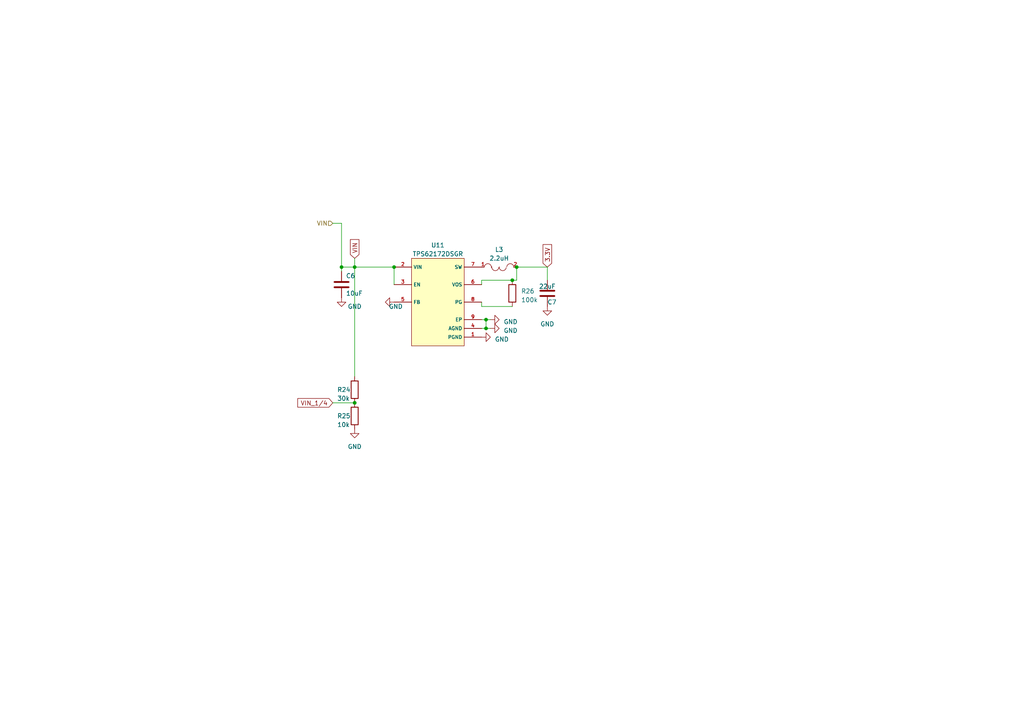
<source format=kicad_sch>
(kicad_sch (version 20231120) (generator "eeschema") (generator_version "8.0")
  (paper "A4")
  (lib_symbols
    (symbol "Device:C" (pin_numbers hide) (pin_names (offset 0.254))
      (property "Reference" "C" (at 0.635 2.54 0))
      (property "Value" "C" (at 0.635 -2.54 0))
      (symbol "C_0_1"
        (polyline (pts (xy -2.032 -0.762) (xy 2.032 -0.762)) (stroke (width 0.508)))
        (polyline (pts (xy -2.032 0.762) (xy 2.032 0.762)) (stroke (width 0.508)))
      )
      (symbol "C_1_1"
        (pin passive line (at 0 3.81 270) (length 2.794) (name "~") (number "1"))
        (pin passive line (at 0 -3.81 90) (length 2.794) (name "~") (number "2"))
      )
    )
    (symbol "Device:R" (pin_numbers hide) (pin_names (offset 0))
      (property "Reference" "R" (at 2.032 0 90))
      (property "Value" "R" (at 0 0 90))
      (symbol "R_0_1"
        (rectangle (start -1.016 -2.54) (end 1.016 2.54) (stroke (width 0.254)))
      )
      (symbol "R_1_1"
        (pin passive line (at 0 3.81 270) (length 1.27) (name "~") (number "1"))
        (pin passive line (at 0 -3.81 90) (length 1.27) (name "~") (number "2"))
      )
    )
    (symbol "polaris-sym:SWPA3015S2R2MT" (pin_names hide)
      (property "Reference" "L" (at 0 1.27 0))
      (property "Value" "SWPA3015S2R2MT" (at 0 -2.54 0))
      (symbol "SWPA3015S2R2MT_0_1"
        (arc (start -2.2674 -0.1341) (mid -3.1595 0.9883) (end -4.2858 0.1011))
        (arc (start -2.1318 0.1001) (mid -1.2406 -1.0269) (end -0.1135 -0.1357))
        (arc (start 0.0196 0.1001) (mid 0.9107 -1.0268) (end 2.0378 -0.1357))
        (arc (start 4.2312 -0.1341) (mid 3.3391 0.9883) (end 2.2128 0.1011))
        (pin unspecified line (at -5.08 0 0) (length 0.762) (name "1") (number "1"))
        (pin unspecified line (at 5.08 0 180) (length 0.762) (name "2") (number "2"))
      )
    )
    (symbol "polaris-sym:TPS62172DSGR"
      (property "Reference" "U" (at 0 1.27 0))
      (property "Value" "TPS62172DSGR" (at 0 -2.54 0))
      (symbol "TPS62172DSGR_0_1"
        (rectangle (start -7.62 12.7) (end 7.62 -12.7) (fill (type background)))
        (pin power_in line (at 12.7 -10.16 180) (length 5.08) (name "PGND") (number "1"))
        (pin power_in line (at -12.7 10.16 0) (length 5.08) (name "VIN") (number "2"))
        (pin unspecified line (at -12.7 5.08 0) (length 5.08) (name "EN") (number "3"))
        (pin power_in line (at 12.7 -7.62 180) (length 5.08) (name "AGND") (number "4"))
        (pin unspecified line (at -12.7 0 0) (length 5.08) (name "FB") (number "5"))
        (pin unspecified line (at 12.7 5.08 180) (length 5.08) (name "VOS") (number "6"))
        (pin power_in line (at 12.7 10.16 180) (length 5.08) (name "SW") (number "7"))
        (pin unspecified line (at 12.7 0 180) (length 5.08) (name "PG") (number "8"))
        (pin power_in line (at 12.7 -5.08 180) (length 5.08) (name "EP") (number "9"))
      )
    )
    (symbol "power:GND" (power) (pin_names (offset 0))
      (property "Value" "GND" (at 0 -3.81 0))
      (symbol "GND_0_1"
        (polyline (pts (xy 0 0) (xy 0 -1.27) (xy 1.27 -1.27) (xy 0 -2.54) (xy -1.27 -1.27) (xy 0 -1.27)))
      )
      (symbol "GND_1_1"
        (pin power_in line (at 0 0 270) (length 0) hide (name "GND") (number "1"))
      )
    )
  )
  (junction (at 140.97 95.25))
  (junction (at 102.87 77.47))
  (junction (at 148.59 81.28))
  (junction (at 140.97 92.71))
  (junction (at 114.3 77.47))
  (junction (at 102.87 116.84))
  (junction (at 149.86 77.47))
  (junction (at 99.06 77.47))
  (wire (pts (xy 140.97 95.25) (xy 139.7 95.25)))
  (wire (pts (xy 139.7 81.28) (xy 148.59 81.28)))
  (wire (pts (xy 149.86 81.28) (xy 148.59 81.28)))
  (wire (pts (xy 102.87 74.93) (xy 102.87 77.47)))
  (wire (pts (xy 102.87 77.47) (xy 102.87 109.22)))
  (wire (pts (xy 148.59 88.9) (xy 139.7 88.9)))
  (wire (pts (xy 140.97 92.71) (xy 140.97 95.25)))
  (wire (pts (xy 96.52 116.84) (xy 102.87 116.84)))
  (wire (pts (xy 99.06 77.47) (xy 102.87 77.47)))
  (wire (pts (xy 96.52 64.77) (xy 99.06 64.77)))
  (wire (pts (xy 114.3 77.47) (xy 114.3 82.55)))
  (wire (pts (xy 142.24 92.71) (xy 140.97 92.71)))
  (wire (pts (xy 158.75 81.28) (xy 158.75 77.47)))
  (wire (pts (xy 99.06 64.77) (xy 99.06 77.47)))
  (wire (pts (xy 139.7 88.9) (xy 139.7 87.63)))
  (wire (pts (xy 140.97 92.71) (xy 139.7 92.71)))
  (wire (pts (xy 149.86 77.47) (xy 158.75 77.47)))
  (wire (pts (xy 142.24 95.25) (xy 140.97 95.25)))
  (wire (pts (xy 139.7 82.55) (xy 139.7 81.28)))
  (wire (pts (xy 102.87 77.47) (xy 114.3 77.47)))
  (wire (pts (xy 149.86 77.47) (xy 149.86 81.28)))
  (wire (pts (xy 99.06 77.47) (xy 99.06 78.74)))
  (global_label "3.3V" (shape input) (at 158.75 77.47 90) (property "Intersheetrefs" "${INTERSHEET_REFS}" (effects (hide yes))))
  (global_label "VIN_1{slash}4" (shape input) (at 96.52 116.84 180) (property "Intersheetrefs" "${INTERSHEET_REFS}" (effects (hide yes))))
  (global_label "VIN" (shape input) (at 102.87 74.93 90) (property "Intersheetrefs" "${INTERSHEET_REFS}" (effects (hide yes))))
  (hierarchical_label "VIN" (shape input) (at 96.52 64.77 180))
  (symbol (lib_id "Device:R") (at 148.59 85.09 0) (unit 1)
    (property "Reference" "R26" (at 151.13 84.455 0) (effects (justify left)))
    (property "Value" "100k" (at 151.13 86.995 0) (effects (justify left)))
    (property "Footprint" "Resistor_SMD:R_0603_1608Metric" (effects (hide yes)))
  )
  (symbol (lib_id "power:GND") (at 158.75 88.9 0) (unit 1)
    (property "Reference" "#PWR060" (effects (hide yes)))
    (property "Value" "GND" (at 158.75 93.98 0))
  )
  (symbol (lib_id "Device:R") (at 102.87 120.65 0) (unit 1)
    (property "Reference" "R25" (at 97.79 120.65 0) (effects (justify left)))
    (property "Value" "10k" (at 97.79 123.19 0) (effects (justify left)))
    (property "Footprint" "Resistor_SMD:R_0603_1608Metric" (effects (hide yes)))
  )
  (symbol (lib_id "polaris-sym:SWPA3015S2R2MT") (at 144.78 77.47 0) (unit 1)
    (property "Reference" "L3" (at 144.78 72.39 0))
    (property "Value" "2.2uH" (at 144.78 74.93 0))
    (property "Footprint" "polaris-fp:IND-SMD_L3.0-W3.0" (effects (hide yes)))
    (property "Datasheet" "https://item.szlcsc.com/87252.html" (effects (hide yes)))
    (property "LCSC" "C43389" (effects (hide yes)))
    (property "Inductance" "2.2uH" (effects (hide yes)))
  )
  (symbol (lib_id "polaris-sym:TPS62172DSGR") (at 127 87.63 0) (unit 1)
    (property "Reference" "U11" (at 127 71.12 0))
    (property "Value" "TPS62172DSGR" (at 127 73.66 0))
    (property "Footprint" "polaris-fp:WSON-8_L2.0-W2.0-P0.50-TL-EP" (effects (hide yes)))
    (property "Datasheet" "https://www.ti.com/cn/lit/ds/symlink/tps61021a.pdf?ts=1620961904170" (effects (hide yes)))
    (property "LCSC" "C59873" (effects (hide yes)))
  )
  (symbol (lib_id "Device:R") (at 102.87 113.03 0) (unit 1)
    (property "Reference" "R24" (at 97.79 113.03 0) (effects (justify left)))
    (property "Value" "30k" (at 97.79 115.57 0) (effects (justify left)))
    (property "Footprint" "Resistor_SMD:R_0603_1608Metric" (effects (hide yes)))
  )
  (symbol (lib_id "power:GND") (at 102.87 124.46 0) (unit 1)
    (property "Reference" "#PWR027" (effects (hide yes)))
    (property "Value" "GND" (at 102.87 129.54 0))
  )
  (symbol (lib_id "Device:C") (at 99.06 82.55 0) (unit 1)
    (property "Reference" "C6" (at 100.33 80.01 0) (effects (justify left)))
    (property "Value" "10uF" (at 100.33 85.09 0) (effects (justify left)))
    (property "Footprint" "Capacitor_SMD:C_0805_2012Metric" (effects (hide yes)))
  )
  (symbol (lib_id "power:GND") (at 99.06 86.36 0) (unit 1)
    (property "Reference" "#PWR07" (effects (hide yes)))
    (property "Value" "GND" (at 102.87 88.9 0))
  )
  (symbol (lib_id "power:GND") (at 142.24 95.25 90) (unit 1)
    (property "Reference" "#PWR059" (effects (hide yes)))
    (property "Value" "GND" (at 146.05 95.885 90) (effects (justify right)))
  )
  (symbol (lib_id "power:GND") (at 142.24 92.71 90) (unit 1)
    (property "Reference" "#PWR058" (effects (hide yes)))
    (property "Value" "GND" (at 146.05 93.345 90) (effects (justify right)))
  )
  (symbol (lib_id "Device:C") (at 158.75 85.09 0) (unit 1)
    (property "Reference" "C7" (at 158.75 87.63 0) (effects (justify left)))
    (property "Value" "22uF" (at 156.2946 83.0745 0) (effects (justify left)))
    (property "Footprint" "Capacitor_SMD:C_0603_1608Metric" (effects (hide yes)))
  )
  (symbol (lib_id "power:GND") (at 114.3 87.63 270) (unit 1)
    (property "Reference" "#PWR028" (effects (hide yes)))
    (property "Value" "GND" (at 116.84 88.9 90) (effects (justify right)))
  )
  (symbol (lib_id "power:GND") (at 139.7 97.79 90) (unit 1)
    (property "Reference" "#PWR057" (effects (hide yes)))
    (property "Value" "GND" (at 143.51 98.425 90) (effects (justify right)))
  )
)
</source>
